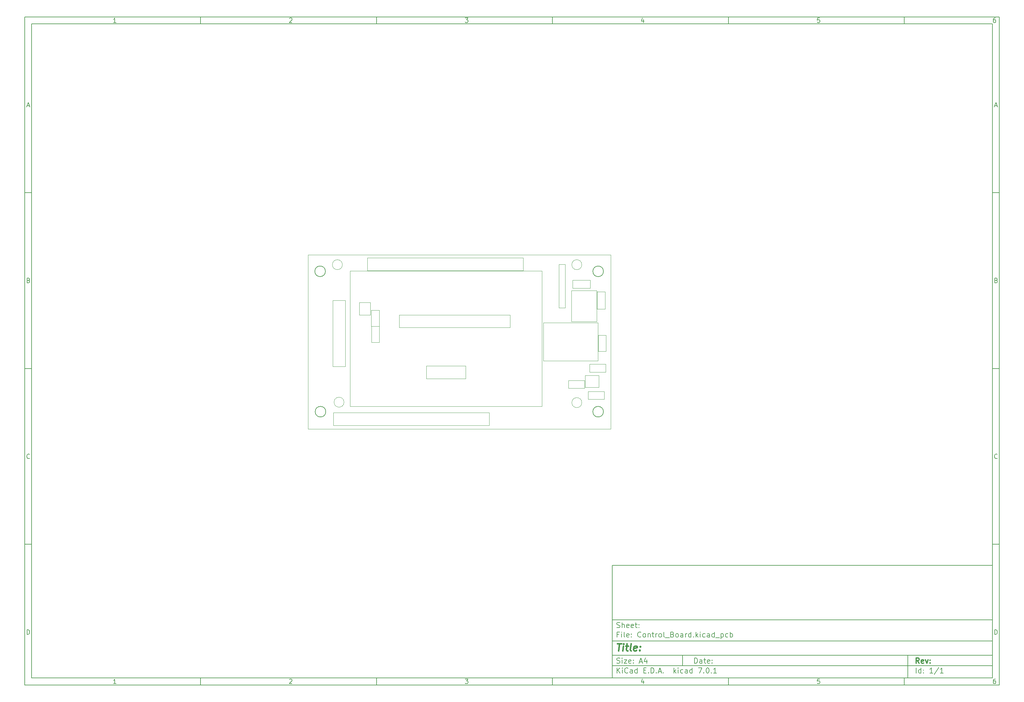
<source format=gbr>
%TF.GenerationSoftware,KiCad,Pcbnew,7.0.1*%
%TF.CreationDate,2024-01-20T13:41:41+00:00*%
%TF.ProjectId,Control_Board,436f6e74-726f-46c5-9f42-6f6172642e6b,rev?*%
%TF.SameCoordinates,Original*%
%TF.FileFunction,Other,User*%
%FSLAX45Y45*%
G04 Gerber Fmt 4.5, Leading zero omitted, Abs format (unit mm)*
G04 Created by KiCad (PCBNEW 7.0.1) date 2024-01-20 13:41:41*
%MOMM*%
%LPD*%
G01*
G04 APERTURE LIST*
%ADD10C,0.100000*%
%ADD11C,0.150000*%
%ADD12C,0.300000*%
%ADD13C,0.400000*%
%ADD14C,0.050000*%
%TA.AperFunction,Profile*%
%ADD15C,0.200000*%
%TD*%
%TA.AperFunction,Profile*%
%ADD16C,0.100000*%
%TD*%
G04 APERTURE END LIST*
D10*
D11*
X17700220Y-16600720D02*
X28500220Y-16600720D01*
X28500220Y-19800720D01*
X17700220Y-19800720D01*
X17700220Y-16600720D01*
D10*
D11*
X1000000Y-1000000D02*
X28700220Y-1000000D01*
X28700220Y-20000720D01*
X1000000Y-20000720D01*
X1000000Y-1000000D01*
D10*
D11*
X1200000Y-1200000D02*
X28500220Y-1200000D01*
X28500220Y-19800720D01*
X1200000Y-19800720D01*
X1200000Y-1200000D01*
D10*
D11*
X6000000Y-1200000D02*
X6000000Y-1000000D01*
D10*
D11*
X11000000Y-1200000D02*
X11000000Y-1000000D01*
D10*
D11*
X16000000Y-1200000D02*
X16000000Y-1000000D01*
D10*
D11*
X21000000Y-1200000D02*
X21000000Y-1000000D01*
D10*
D11*
X26000000Y-1200000D02*
X26000000Y-1000000D01*
D10*
D11*
X3599048Y-1160140D02*
X3524762Y-1160140D01*
X3561905Y-1160140D02*
X3561905Y-1030140D01*
X3561905Y-1030140D02*
X3549524Y-1048712D01*
X3549524Y-1048712D02*
X3537143Y-1061093D01*
X3537143Y-1061093D02*
X3524762Y-1067283D01*
D10*
D11*
X8524762Y-1042521D02*
X8530952Y-1036331D01*
X8530952Y-1036331D02*
X8543333Y-1030140D01*
X8543333Y-1030140D02*
X8574286Y-1030140D01*
X8574286Y-1030140D02*
X8586667Y-1036331D01*
X8586667Y-1036331D02*
X8592857Y-1042521D01*
X8592857Y-1042521D02*
X8599048Y-1054902D01*
X8599048Y-1054902D02*
X8599048Y-1067283D01*
X8599048Y-1067283D02*
X8592857Y-1085855D01*
X8592857Y-1085855D02*
X8518571Y-1160140D01*
X8518571Y-1160140D02*
X8599048Y-1160140D01*
D10*
D11*
X13518571Y-1030140D02*
X13599048Y-1030140D01*
X13599048Y-1030140D02*
X13555714Y-1079664D01*
X13555714Y-1079664D02*
X13574286Y-1079664D01*
X13574286Y-1079664D02*
X13586667Y-1085855D01*
X13586667Y-1085855D02*
X13592857Y-1092045D01*
X13592857Y-1092045D02*
X13599048Y-1104426D01*
X13599048Y-1104426D02*
X13599048Y-1135379D01*
X13599048Y-1135379D02*
X13592857Y-1147760D01*
X13592857Y-1147760D02*
X13586667Y-1153950D01*
X13586667Y-1153950D02*
X13574286Y-1160140D01*
X13574286Y-1160140D02*
X13537143Y-1160140D01*
X13537143Y-1160140D02*
X13524762Y-1153950D01*
X13524762Y-1153950D02*
X13518571Y-1147760D01*
D10*
D11*
X18586667Y-1073474D02*
X18586667Y-1160140D01*
X18555714Y-1023950D02*
X18524762Y-1116807D01*
X18524762Y-1116807D02*
X18605238Y-1116807D01*
D10*
D11*
X23592857Y-1030140D02*
X23530952Y-1030140D01*
X23530952Y-1030140D02*
X23524762Y-1092045D01*
X23524762Y-1092045D02*
X23530952Y-1085855D01*
X23530952Y-1085855D02*
X23543333Y-1079664D01*
X23543333Y-1079664D02*
X23574286Y-1079664D01*
X23574286Y-1079664D02*
X23586667Y-1085855D01*
X23586667Y-1085855D02*
X23592857Y-1092045D01*
X23592857Y-1092045D02*
X23599048Y-1104426D01*
X23599048Y-1104426D02*
X23599048Y-1135379D01*
X23599048Y-1135379D02*
X23592857Y-1147760D01*
X23592857Y-1147760D02*
X23586667Y-1153950D01*
X23586667Y-1153950D02*
X23574286Y-1160140D01*
X23574286Y-1160140D02*
X23543333Y-1160140D01*
X23543333Y-1160140D02*
X23530952Y-1153950D01*
X23530952Y-1153950D02*
X23524762Y-1147760D01*
D10*
D11*
X28586667Y-1030140D02*
X28561905Y-1030140D01*
X28561905Y-1030140D02*
X28549524Y-1036331D01*
X28549524Y-1036331D02*
X28543333Y-1042521D01*
X28543333Y-1042521D02*
X28530952Y-1061093D01*
X28530952Y-1061093D02*
X28524762Y-1085855D01*
X28524762Y-1085855D02*
X28524762Y-1135379D01*
X28524762Y-1135379D02*
X28530952Y-1147760D01*
X28530952Y-1147760D02*
X28537143Y-1153950D01*
X28537143Y-1153950D02*
X28549524Y-1160140D01*
X28549524Y-1160140D02*
X28574286Y-1160140D01*
X28574286Y-1160140D02*
X28586667Y-1153950D01*
X28586667Y-1153950D02*
X28592857Y-1147760D01*
X28592857Y-1147760D02*
X28599048Y-1135379D01*
X28599048Y-1135379D02*
X28599048Y-1104426D01*
X28599048Y-1104426D02*
X28592857Y-1092045D01*
X28592857Y-1092045D02*
X28586667Y-1085855D01*
X28586667Y-1085855D02*
X28574286Y-1079664D01*
X28574286Y-1079664D02*
X28549524Y-1079664D01*
X28549524Y-1079664D02*
X28537143Y-1085855D01*
X28537143Y-1085855D02*
X28530952Y-1092045D01*
X28530952Y-1092045D02*
X28524762Y-1104426D01*
D10*
D11*
X6000000Y-19800720D02*
X6000000Y-20000720D01*
D10*
D11*
X11000000Y-19800720D02*
X11000000Y-20000720D01*
D10*
D11*
X16000000Y-19800720D02*
X16000000Y-20000720D01*
D10*
D11*
X21000000Y-19800720D02*
X21000000Y-20000720D01*
D10*
D11*
X26000000Y-19800720D02*
X26000000Y-20000720D01*
D10*
D11*
X3599048Y-19960860D02*
X3524762Y-19960860D01*
X3561905Y-19960860D02*
X3561905Y-19830860D01*
X3561905Y-19830860D02*
X3549524Y-19849432D01*
X3549524Y-19849432D02*
X3537143Y-19861813D01*
X3537143Y-19861813D02*
X3524762Y-19868003D01*
D10*
D11*
X8524762Y-19843241D02*
X8530952Y-19837051D01*
X8530952Y-19837051D02*
X8543333Y-19830860D01*
X8543333Y-19830860D02*
X8574286Y-19830860D01*
X8574286Y-19830860D02*
X8586667Y-19837051D01*
X8586667Y-19837051D02*
X8592857Y-19843241D01*
X8592857Y-19843241D02*
X8599048Y-19855622D01*
X8599048Y-19855622D02*
X8599048Y-19868003D01*
X8599048Y-19868003D02*
X8592857Y-19886575D01*
X8592857Y-19886575D02*
X8518571Y-19960860D01*
X8518571Y-19960860D02*
X8599048Y-19960860D01*
D10*
D11*
X13518571Y-19830860D02*
X13599048Y-19830860D01*
X13599048Y-19830860D02*
X13555714Y-19880384D01*
X13555714Y-19880384D02*
X13574286Y-19880384D01*
X13574286Y-19880384D02*
X13586667Y-19886575D01*
X13586667Y-19886575D02*
X13592857Y-19892765D01*
X13592857Y-19892765D02*
X13599048Y-19905146D01*
X13599048Y-19905146D02*
X13599048Y-19936099D01*
X13599048Y-19936099D02*
X13592857Y-19948480D01*
X13592857Y-19948480D02*
X13586667Y-19954670D01*
X13586667Y-19954670D02*
X13574286Y-19960860D01*
X13574286Y-19960860D02*
X13537143Y-19960860D01*
X13537143Y-19960860D02*
X13524762Y-19954670D01*
X13524762Y-19954670D02*
X13518571Y-19948480D01*
D10*
D11*
X18586667Y-19874194D02*
X18586667Y-19960860D01*
X18555714Y-19824670D02*
X18524762Y-19917527D01*
X18524762Y-19917527D02*
X18605238Y-19917527D01*
D10*
D11*
X23592857Y-19830860D02*
X23530952Y-19830860D01*
X23530952Y-19830860D02*
X23524762Y-19892765D01*
X23524762Y-19892765D02*
X23530952Y-19886575D01*
X23530952Y-19886575D02*
X23543333Y-19880384D01*
X23543333Y-19880384D02*
X23574286Y-19880384D01*
X23574286Y-19880384D02*
X23586667Y-19886575D01*
X23586667Y-19886575D02*
X23592857Y-19892765D01*
X23592857Y-19892765D02*
X23599048Y-19905146D01*
X23599048Y-19905146D02*
X23599048Y-19936099D01*
X23599048Y-19936099D02*
X23592857Y-19948480D01*
X23592857Y-19948480D02*
X23586667Y-19954670D01*
X23586667Y-19954670D02*
X23574286Y-19960860D01*
X23574286Y-19960860D02*
X23543333Y-19960860D01*
X23543333Y-19960860D02*
X23530952Y-19954670D01*
X23530952Y-19954670D02*
X23524762Y-19948480D01*
D10*
D11*
X28586667Y-19830860D02*
X28561905Y-19830860D01*
X28561905Y-19830860D02*
X28549524Y-19837051D01*
X28549524Y-19837051D02*
X28543333Y-19843241D01*
X28543333Y-19843241D02*
X28530952Y-19861813D01*
X28530952Y-19861813D02*
X28524762Y-19886575D01*
X28524762Y-19886575D02*
X28524762Y-19936099D01*
X28524762Y-19936099D02*
X28530952Y-19948480D01*
X28530952Y-19948480D02*
X28537143Y-19954670D01*
X28537143Y-19954670D02*
X28549524Y-19960860D01*
X28549524Y-19960860D02*
X28574286Y-19960860D01*
X28574286Y-19960860D02*
X28586667Y-19954670D01*
X28586667Y-19954670D02*
X28592857Y-19948480D01*
X28592857Y-19948480D02*
X28599048Y-19936099D01*
X28599048Y-19936099D02*
X28599048Y-19905146D01*
X28599048Y-19905146D02*
X28592857Y-19892765D01*
X28592857Y-19892765D02*
X28586667Y-19886575D01*
X28586667Y-19886575D02*
X28574286Y-19880384D01*
X28574286Y-19880384D02*
X28549524Y-19880384D01*
X28549524Y-19880384D02*
X28537143Y-19886575D01*
X28537143Y-19886575D02*
X28530952Y-19892765D01*
X28530952Y-19892765D02*
X28524762Y-19905146D01*
D10*
D11*
X1000000Y-6000000D02*
X1200000Y-6000000D01*
D10*
D11*
X1000000Y-11000000D02*
X1200000Y-11000000D01*
D10*
D11*
X1000000Y-16000000D02*
X1200000Y-16000000D01*
D10*
D11*
X1069048Y-3522998D02*
X1130952Y-3522998D01*
X1056667Y-3560140D02*
X1100000Y-3430140D01*
X1100000Y-3430140D02*
X1143333Y-3560140D01*
D10*
D11*
X1109286Y-8492045D02*
X1127857Y-8498236D01*
X1127857Y-8498236D02*
X1134048Y-8504426D01*
X1134048Y-8504426D02*
X1140238Y-8516807D01*
X1140238Y-8516807D02*
X1140238Y-8535379D01*
X1140238Y-8535379D02*
X1134048Y-8547760D01*
X1134048Y-8547760D02*
X1127857Y-8553950D01*
X1127857Y-8553950D02*
X1115476Y-8560140D01*
X1115476Y-8560140D02*
X1065952Y-8560140D01*
X1065952Y-8560140D02*
X1065952Y-8430140D01*
X1065952Y-8430140D02*
X1109286Y-8430140D01*
X1109286Y-8430140D02*
X1121667Y-8436331D01*
X1121667Y-8436331D02*
X1127857Y-8442521D01*
X1127857Y-8442521D02*
X1134048Y-8454902D01*
X1134048Y-8454902D02*
X1134048Y-8467283D01*
X1134048Y-8467283D02*
X1127857Y-8479664D01*
X1127857Y-8479664D02*
X1121667Y-8485855D01*
X1121667Y-8485855D02*
X1109286Y-8492045D01*
X1109286Y-8492045D02*
X1065952Y-8492045D01*
D10*
D11*
X1140238Y-13547759D02*
X1134048Y-13553950D01*
X1134048Y-13553950D02*
X1115476Y-13560140D01*
X1115476Y-13560140D02*
X1103095Y-13560140D01*
X1103095Y-13560140D02*
X1084524Y-13553950D01*
X1084524Y-13553950D02*
X1072143Y-13541569D01*
X1072143Y-13541569D02*
X1065952Y-13529188D01*
X1065952Y-13529188D02*
X1059762Y-13504426D01*
X1059762Y-13504426D02*
X1059762Y-13485855D01*
X1059762Y-13485855D02*
X1065952Y-13461093D01*
X1065952Y-13461093D02*
X1072143Y-13448712D01*
X1072143Y-13448712D02*
X1084524Y-13436331D01*
X1084524Y-13436331D02*
X1103095Y-13430140D01*
X1103095Y-13430140D02*
X1115476Y-13430140D01*
X1115476Y-13430140D02*
X1134048Y-13436331D01*
X1134048Y-13436331D02*
X1140238Y-13442521D01*
D10*
D11*
X1065952Y-18560140D02*
X1065952Y-18430140D01*
X1065952Y-18430140D02*
X1096905Y-18430140D01*
X1096905Y-18430140D02*
X1115476Y-18436331D01*
X1115476Y-18436331D02*
X1127857Y-18448712D01*
X1127857Y-18448712D02*
X1134048Y-18461093D01*
X1134048Y-18461093D02*
X1140238Y-18485855D01*
X1140238Y-18485855D02*
X1140238Y-18504426D01*
X1140238Y-18504426D02*
X1134048Y-18529188D01*
X1134048Y-18529188D02*
X1127857Y-18541569D01*
X1127857Y-18541569D02*
X1115476Y-18553950D01*
X1115476Y-18553950D02*
X1096905Y-18560140D01*
X1096905Y-18560140D02*
X1065952Y-18560140D01*
D10*
D11*
X28700220Y-6000000D02*
X28500220Y-6000000D01*
D10*
D11*
X28700220Y-11000000D02*
X28500220Y-11000000D01*
D10*
D11*
X28700220Y-16000000D02*
X28500220Y-16000000D01*
D10*
D11*
X28569268Y-3522998D02*
X28631172Y-3522998D01*
X28556887Y-3560140D02*
X28600220Y-3430140D01*
X28600220Y-3430140D02*
X28643553Y-3560140D01*
D10*
D11*
X28609506Y-8492045D02*
X28628077Y-8498236D01*
X28628077Y-8498236D02*
X28634268Y-8504426D01*
X28634268Y-8504426D02*
X28640458Y-8516807D01*
X28640458Y-8516807D02*
X28640458Y-8535379D01*
X28640458Y-8535379D02*
X28634268Y-8547760D01*
X28634268Y-8547760D02*
X28628077Y-8553950D01*
X28628077Y-8553950D02*
X28615696Y-8560140D01*
X28615696Y-8560140D02*
X28566172Y-8560140D01*
X28566172Y-8560140D02*
X28566172Y-8430140D01*
X28566172Y-8430140D02*
X28609506Y-8430140D01*
X28609506Y-8430140D02*
X28621887Y-8436331D01*
X28621887Y-8436331D02*
X28628077Y-8442521D01*
X28628077Y-8442521D02*
X28634268Y-8454902D01*
X28634268Y-8454902D02*
X28634268Y-8467283D01*
X28634268Y-8467283D02*
X28628077Y-8479664D01*
X28628077Y-8479664D02*
X28621887Y-8485855D01*
X28621887Y-8485855D02*
X28609506Y-8492045D01*
X28609506Y-8492045D02*
X28566172Y-8492045D01*
D10*
D11*
X28640458Y-13547759D02*
X28634268Y-13553950D01*
X28634268Y-13553950D02*
X28615696Y-13560140D01*
X28615696Y-13560140D02*
X28603315Y-13560140D01*
X28603315Y-13560140D02*
X28584744Y-13553950D01*
X28584744Y-13553950D02*
X28572363Y-13541569D01*
X28572363Y-13541569D02*
X28566172Y-13529188D01*
X28566172Y-13529188D02*
X28559982Y-13504426D01*
X28559982Y-13504426D02*
X28559982Y-13485855D01*
X28559982Y-13485855D02*
X28566172Y-13461093D01*
X28566172Y-13461093D02*
X28572363Y-13448712D01*
X28572363Y-13448712D02*
X28584744Y-13436331D01*
X28584744Y-13436331D02*
X28603315Y-13430140D01*
X28603315Y-13430140D02*
X28615696Y-13430140D01*
X28615696Y-13430140D02*
X28634268Y-13436331D01*
X28634268Y-13436331D02*
X28640458Y-13442521D01*
D10*
D11*
X28566172Y-18560140D02*
X28566172Y-18430140D01*
X28566172Y-18430140D02*
X28597125Y-18430140D01*
X28597125Y-18430140D02*
X28615696Y-18436331D01*
X28615696Y-18436331D02*
X28628077Y-18448712D01*
X28628077Y-18448712D02*
X28634268Y-18461093D01*
X28634268Y-18461093D02*
X28640458Y-18485855D01*
X28640458Y-18485855D02*
X28640458Y-18504426D01*
X28640458Y-18504426D02*
X28634268Y-18529188D01*
X28634268Y-18529188D02*
X28628077Y-18541569D01*
X28628077Y-18541569D02*
X28615696Y-18553950D01*
X28615696Y-18553950D02*
X28597125Y-18560140D01*
X28597125Y-18560140D02*
X28566172Y-18560140D01*
D10*
D11*
X20035934Y-19380113D02*
X20035934Y-19230113D01*
X20035934Y-19230113D02*
X20071649Y-19230113D01*
X20071649Y-19230113D02*
X20093077Y-19237256D01*
X20093077Y-19237256D02*
X20107363Y-19251541D01*
X20107363Y-19251541D02*
X20114506Y-19265827D01*
X20114506Y-19265827D02*
X20121649Y-19294399D01*
X20121649Y-19294399D02*
X20121649Y-19315827D01*
X20121649Y-19315827D02*
X20114506Y-19344399D01*
X20114506Y-19344399D02*
X20107363Y-19358684D01*
X20107363Y-19358684D02*
X20093077Y-19372970D01*
X20093077Y-19372970D02*
X20071649Y-19380113D01*
X20071649Y-19380113D02*
X20035934Y-19380113D01*
X20250220Y-19380113D02*
X20250220Y-19301541D01*
X20250220Y-19301541D02*
X20243077Y-19287256D01*
X20243077Y-19287256D02*
X20228791Y-19280113D01*
X20228791Y-19280113D02*
X20200220Y-19280113D01*
X20200220Y-19280113D02*
X20185934Y-19287256D01*
X20250220Y-19372970D02*
X20235934Y-19380113D01*
X20235934Y-19380113D02*
X20200220Y-19380113D01*
X20200220Y-19380113D02*
X20185934Y-19372970D01*
X20185934Y-19372970D02*
X20178791Y-19358684D01*
X20178791Y-19358684D02*
X20178791Y-19344399D01*
X20178791Y-19344399D02*
X20185934Y-19330113D01*
X20185934Y-19330113D02*
X20200220Y-19322970D01*
X20200220Y-19322970D02*
X20235934Y-19322970D01*
X20235934Y-19322970D02*
X20250220Y-19315827D01*
X20300220Y-19280113D02*
X20357363Y-19280113D01*
X20321649Y-19230113D02*
X20321649Y-19358684D01*
X20321649Y-19358684D02*
X20328791Y-19372970D01*
X20328791Y-19372970D02*
X20343077Y-19380113D01*
X20343077Y-19380113D02*
X20357363Y-19380113D01*
X20464506Y-19372970D02*
X20450220Y-19380113D01*
X20450220Y-19380113D02*
X20421649Y-19380113D01*
X20421649Y-19380113D02*
X20407363Y-19372970D01*
X20407363Y-19372970D02*
X20400220Y-19358684D01*
X20400220Y-19358684D02*
X20400220Y-19301541D01*
X20400220Y-19301541D02*
X20407363Y-19287256D01*
X20407363Y-19287256D02*
X20421649Y-19280113D01*
X20421649Y-19280113D02*
X20450220Y-19280113D01*
X20450220Y-19280113D02*
X20464506Y-19287256D01*
X20464506Y-19287256D02*
X20471649Y-19301541D01*
X20471649Y-19301541D02*
X20471649Y-19315827D01*
X20471649Y-19315827D02*
X20400220Y-19330113D01*
X20535934Y-19365827D02*
X20543077Y-19372970D01*
X20543077Y-19372970D02*
X20535934Y-19380113D01*
X20535934Y-19380113D02*
X20528791Y-19372970D01*
X20528791Y-19372970D02*
X20535934Y-19365827D01*
X20535934Y-19365827D02*
X20535934Y-19380113D01*
X20535934Y-19287256D02*
X20543077Y-19294399D01*
X20543077Y-19294399D02*
X20535934Y-19301541D01*
X20535934Y-19301541D02*
X20528791Y-19294399D01*
X20528791Y-19294399D02*
X20535934Y-19287256D01*
X20535934Y-19287256D02*
X20535934Y-19301541D01*
D10*
D11*
X17700220Y-19450720D02*
X28500220Y-19450720D01*
D10*
D11*
X17835934Y-19660113D02*
X17835934Y-19510113D01*
X17921649Y-19660113D02*
X17857363Y-19574399D01*
X17921649Y-19510113D02*
X17835934Y-19595827D01*
X17985934Y-19660113D02*
X17985934Y-19560113D01*
X17985934Y-19510113D02*
X17978791Y-19517256D01*
X17978791Y-19517256D02*
X17985934Y-19524399D01*
X17985934Y-19524399D02*
X17993077Y-19517256D01*
X17993077Y-19517256D02*
X17985934Y-19510113D01*
X17985934Y-19510113D02*
X17985934Y-19524399D01*
X18143077Y-19645827D02*
X18135934Y-19652970D01*
X18135934Y-19652970D02*
X18114506Y-19660113D01*
X18114506Y-19660113D02*
X18100220Y-19660113D01*
X18100220Y-19660113D02*
X18078791Y-19652970D01*
X18078791Y-19652970D02*
X18064506Y-19638684D01*
X18064506Y-19638684D02*
X18057363Y-19624399D01*
X18057363Y-19624399D02*
X18050220Y-19595827D01*
X18050220Y-19595827D02*
X18050220Y-19574399D01*
X18050220Y-19574399D02*
X18057363Y-19545827D01*
X18057363Y-19545827D02*
X18064506Y-19531541D01*
X18064506Y-19531541D02*
X18078791Y-19517256D01*
X18078791Y-19517256D02*
X18100220Y-19510113D01*
X18100220Y-19510113D02*
X18114506Y-19510113D01*
X18114506Y-19510113D02*
X18135934Y-19517256D01*
X18135934Y-19517256D02*
X18143077Y-19524399D01*
X18271649Y-19660113D02*
X18271649Y-19581541D01*
X18271649Y-19581541D02*
X18264506Y-19567256D01*
X18264506Y-19567256D02*
X18250220Y-19560113D01*
X18250220Y-19560113D02*
X18221649Y-19560113D01*
X18221649Y-19560113D02*
X18207363Y-19567256D01*
X18271649Y-19652970D02*
X18257363Y-19660113D01*
X18257363Y-19660113D02*
X18221649Y-19660113D01*
X18221649Y-19660113D02*
X18207363Y-19652970D01*
X18207363Y-19652970D02*
X18200220Y-19638684D01*
X18200220Y-19638684D02*
X18200220Y-19624399D01*
X18200220Y-19624399D02*
X18207363Y-19610113D01*
X18207363Y-19610113D02*
X18221649Y-19602970D01*
X18221649Y-19602970D02*
X18257363Y-19602970D01*
X18257363Y-19602970D02*
X18271649Y-19595827D01*
X18407363Y-19660113D02*
X18407363Y-19510113D01*
X18407363Y-19652970D02*
X18393077Y-19660113D01*
X18393077Y-19660113D02*
X18364506Y-19660113D01*
X18364506Y-19660113D02*
X18350220Y-19652970D01*
X18350220Y-19652970D02*
X18343077Y-19645827D01*
X18343077Y-19645827D02*
X18335934Y-19631541D01*
X18335934Y-19631541D02*
X18335934Y-19588684D01*
X18335934Y-19588684D02*
X18343077Y-19574399D01*
X18343077Y-19574399D02*
X18350220Y-19567256D01*
X18350220Y-19567256D02*
X18364506Y-19560113D01*
X18364506Y-19560113D02*
X18393077Y-19560113D01*
X18393077Y-19560113D02*
X18407363Y-19567256D01*
X18593077Y-19581541D02*
X18643077Y-19581541D01*
X18664506Y-19660113D02*
X18593077Y-19660113D01*
X18593077Y-19660113D02*
X18593077Y-19510113D01*
X18593077Y-19510113D02*
X18664506Y-19510113D01*
X18728791Y-19645827D02*
X18735934Y-19652970D01*
X18735934Y-19652970D02*
X18728791Y-19660113D01*
X18728791Y-19660113D02*
X18721649Y-19652970D01*
X18721649Y-19652970D02*
X18728791Y-19645827D01*
X18728791Y-19645827D02*
X18728791Y-19660113D01*
X18800220Y-19660113D02*
X18800220Y-19510113D01*
X18800220Y-19510113D02*
X18835934Y-19510113D01*
X18835934Y-19510113D02*
X18857363Y-19517256D01*
X18857363Y-19517256D02*
X18871649Y-19531541D01*
X18871649Y-19531541D02*
X18878792Y-19545827D01*
X18878792Y-19545827D02*
X18885934Y-19574399D01*
X18885934Y-19574399D02*
X18885934Y-19595827D01*
X18885934Y-19595827D02*
X18878792Y-19624399D01*
X18878792Y-19624399D02*
X18871649Y-19638684D01*
X18871649Y-19638684D02*
X18857363Y-19652970D01*
X18857363Y-19652970D02*
X18835934Y-19660113D01*
X18835934Y-19660113D02*
X18800220Y-19660113D01*
X18950220Y-19645827D02*
X18957363Y-19652970D01*
X18957363Y-19652970D02*
X18950220Y-19660113D01*
X18950220Y-19660113D02*
X18943077Y-19652970D01*
X18943077Y-19652970D02*
X18950220Y-19645827D01*
X18950220Y-19645827D02*
X18950220Y-19660113D01*
X19014506Y-19617256D02*
X19085934Y-19617256D01*
X19000220Y-19660113D02*
X19050220Y-19510113D01*
X19050220Y-19510113D02*
X19100220Y-19660113D01*
X19150220Y-19645827D02*
X19157363Y-19652970D01*
X19157363Y-19652970D02*
X19150220Y-19660113D01*
X19150220Y-19660113D02*
X19143077Y-19652970D01*
X19143077Y-19652970D02*
X19150220Y-19645827D01*
X19150220Y-19645827D02*
X19150220Y-19660113D01*
X19450220Y-19660113D02*
X19450220Y-19510113D01*
X19464506Y-19602970D02*
X19507363Y-19660113D01*
X19507363Y-19560113D02*
X19450220Y-19617256D01*
X19571649Y-19660113D02*
X19571649Y-19560113D01*
X19571649Y-19510113D02*
X19564506Y-19517256D01*
X19564506Y-19517256D02*
X19571649Y-19524399D01*
X19571649Y-19524399D02*
X19578792Y-19517256D01*
X19578792Y-19517256D02*
X19571649Y-19510113D01*
X19571649Y-19510113D02*
X19571649Y-19524399D01*
X19707363Y-19652970D02*
X19693077Y-19660113D01*
X19693077Y-19660113D02*
X19664506Y-19660113D01*
X19664506Y-19660113D02*
X19650220Y-19652970D01*
X19650220Y-19652970D02*
X19643077Y-19645827D01*
X19643077Y-19645827D02*
X19635934Y-19631541D01*
X19635934Y-19631541D02*
X19635934Y-19588684D01*
X19635934Y-19588684D02*
X19643077Y-19574399D01*
X19643077Y-19574399D02*
X19650220Y-19567256D01*
X19650220Y-19567256D02*
X19664506Y-19560113D01*
X19664506Y-19560113D02*
X19693077Y-19560113D01*
X19693077Y-19560113D02*
X19707363Y-19567256D01*
X19835934Y-19660113D02*
X19835934Y-19581541D01*
X19835934Y-19581541D02*
X19828792Y-19567256D01*
X19828792Y-19567256D02*
X19814506Y-19560113D01*
X19814506Y-19560113D02*
X19785934Y-19560113D01*
X19785934Y-19560113D02*
X19771649Y-19567256D01*
X19835934Y-19652970D02*
X19821649Y-19660113D01*
X19821649Y-19660113D02*
X19785934Y-19660113D01*
X19785934Y-19660113D02*
X19771649Y-19652970D01*
X19771649Y-19652970D02*
X19764506Y-19638684D01*
X19764506Y-19638684D02*
X19764506Y-19624399D01*
X19764506Y-19624399D02*
X19771649Y-19610113D01*
X19771649Y-19610113D02*
X19785934Y-19602970D01*
X19785934Y-19602970D02*
X19821649Y-19602970D01*
X19821649Y-19602970D02*
X19835934Y-19595827D01*
X19971649Y-19660113D02*
X19971649Y-19510113D01*
X19971649Y-19652970D02*
X19957363Y-19660113D01*
X19957363Y-19660113D02*
X19928792Y-19660113D01*
X19928792Y-19660113D02*
X19914506Y-19652970D01*
X19914506Y-19652970D02*
X19907363Y-19645827D01*
X19907363Y-19645827D02*
X19900220Y-19631541D01*
X19900220Y-19631541D02*
X19900220Y-19588684D01*
X19900220Y-19588684D02*
X19907363Y-19574399D01*
X19907363Y-19574399D02*
X19914506Y-19567256D01*
X19914506Y-19567256D02*
X19928792Y-19560113D01*
X19928792Y-19560113D02*
X19957363Y-19560113D01*
X19957363Y-19560113D02*
X19971649Y-19567256D01*
X20143077Y-19510113D02*
X20243077Y-19510113D01*
X20243077Y-19510113D02*
X20178792Y-19660113D01*
X20300220Y-19645827D02*
X20307363Y-19652970D01*
X20307363Y-19652970D02*
X20300220Y-19660113D01*
X20300220Y-19660113D02*
X20293077Y-19652970D01*
X20293077Y-19652970D02*
X20300220Y-19645827D01*
X20300220Y-19645827D02*
X20300220Y-19660113D01*
X20400220Y-19510113D02*
X20414506Y-19510113D01*
X20414506Y-19510113D02*
X20428792Y-19517256D01*
X20428792Y-19517256D02*
X20435934Y-19524399D01*
X20435934Y-19524399D02*
X20443077Y-19538684D01*
X20443077Y-19538684D02*
X20450220Y-19567256D01*
X20450220Y-19567256D02*
X20450220Y-19602970D01*
X20450220Y-19602970D02*
X20443077Y-19631541D01*
X20443077Y-19631541D02*
X20435934Y-19645827D01*
X20435934Y-19645827D02*
X20428792Y-19652970D01*
X20428792Y-19652970D02*
X20414506Y-19660113D01*
X20414506Y-19660113D02*
X20400220Y-19660113D01*
X20400220Y-19660113D02*
X20385934Y-19652970D01*
X20385934Y-19652970D02*
X20378792Y-19645827D01*
X20378792Y-19645827D02*
X20371649Y-19631541D01*
X20371649Y-19631541D02*
X20364506Y-19602970D01*
X20364506Y-19602970D02*
X20364506Y-19567256D01*
X20364506Y-19567256D02*
X20371649Y-19538684D01*
X20371649Y-19538684D02*
X20378792Y-19524399D01*
X20378792Y-19524399D02*
X20385934Y-19517256D01*
X20385934Y-19517256D02*
X20400220Y-19510113D01*
X20514506Y-19645827D02*
X20521649Y-19652970D01*
X20521649Y-19652970D02*
X20514506Y-19660113D01*
X20514506Y-19660113D02*
X20507363Y-19652970D01*
X20507363Y-19652970D02*
X20514506Y-19645827D01*
X20514506Y-19645827D02*
X20514506Y-19660113D01*
X20664506Y-19660113D02*
X20578792Y-19660113D01*
X20621649Y-19660113D02*
X20621649Y-19510113D01*
X20621649Y-19510113D02*
X20607363Y-19531541D01*
X20607363Y-19531541D02*
X20593077Y-19545827D01*
X20593077Y-19545827D02*
X20578792Y-19552970D01*
D10*
D11*
X17700220Y-19150720D02*
X28500220Y-19150720D01*
D10*
D12*
X26421648Y-19380113D02*
X26371648Y-19308684D01*
X26335934Y-19380113D02*
X26335934Y-19230113D01*
X26335934Y-19230113D02*
X26393077Y-19230113D01*
X26393077Y-19230113D02*
X26407363Y-19237256D01*
X26407363Y-19237256D02*
X26414506Y-19244399D01*
X26414506Y-19244399D02*
X26421648Y-19258684D01*
X26421648Y-19258684D02*
X26421648Y-19280113D01*
X26421648Y-19280113D02*
X26414506Y-19294399D01*
X26414506Y-19294399D02*
X26407363Y-19301541D01*
X26407363Y-19301541D02*
X26393077Y-19308684D01*
X26393077Y-19308684D02*
X26335934Y-19308684D01*
X26543077Y-19372970D02*
X26528791Y-19380113D01*
X26528791Y-19380113D02*
X26500220Y-19380113D01*
X26500220Y-19380113D02*
X26485934Y-19372970D01*
X26485934Y-19372970D02*
X26478791Y-19358684D01*
X26478791Y-19358684D02*
X26478791Y-19301541D01*
X26478791Y-19301541D02*
X26485934Y-19287256D01*
X26485934Y-19287256D02*
X26500220Y-19280113D01*
X26500220Y-19280113D02*
X26528791Y-19280113D01*
X26528791Y-19280113D02*
X26543077Y-19287256D01*
X26543077Y-19287256D02*
X26550220Y-19301541D01*
X26550220Y-19301541D02*
X26550220Y-19315827D01*
X26550220Y-19315827D02*
X26478791Y-19330113D01*
X26600220Y-19280113D02*
X26635934Y-19380113D01*
X26635934Y-19380113D02*
X26671648Y-19280113D01*
X26728791Y-19365827D02*
X26735934Y-19372970D01*
X26735934Y-19372970D02*
X26728791Y-19380113D01*
X26728791Y-19380113D02*
X26721648Y-19372970D01*
X26721648Y-19372970D02*
X26728791Y-19365827D01*
X26728791Y-19365827D02*
X26728791Y-19380113D01*
X26728791Y-19287256D02*
X26735934Y-19294399D01*
X26735934Y-19294399D02*
X26728791Y-19301541D01*
X26728791Y-19301541D02*
X26721648Y-19294399D01*
X26721648Y-19294399D02*
X26728791Y-19287256D01*
X26728791Y-19287256D02*
X26728791Y-19301541D01*
D10*
D11*
X17828791Y-19372970D02*
X17850220Y-19380113D01*
X17850220Y-19380113D02*
X17885934Y-19380113D01*
X17885934Y-19380113D02*
X17900220Y-19372970D01*
X17900220Y-19372970D02*
X17907363Y-19365827D01*
X17907363Y-19365827D02*
X17914506Y-19351541D01*
X17914506Y-19351541D02*
X17914506Y-19337256D01*
X17914506Y-19337256D02*
X17907363Y-19322970D01*
X17907363Y-19322970D02*
X17900220Y-19315827D01*
X17900220Y-19315827D02*
X17885934Y-19308684D01*
X17885934Y-19308684D02*
X17857363Y-19301541D01*
X17857363Y-19301541D02*
X17843077Y-19294399D01*
X17843077Y-19294399D02*
X17835934Y-19287256D01*
X17835934Y-19287256D02*
X17828791Y-19272970D01*
X17828791Y-19272970D02*
X17828791Y-19258684D01*
X17828791Y-19258684D02*
X17835934Y-19244399D01*
X17835934Y-19244399D02*
X17843077Y-19237256D01*
X17843077Y-19237256D02*
X17857363Y-19230113D01*
X17857363Y-19230113D02*
X17893077Y-19230113D01*
X17893077Y-19230113D02*
X17914506Y-19237256D01*
X17978791Y-19380113D02*
X17978791Y-19280113D01*
X17978791Y-19230113D02*
X17971649Y-19237256D01*
X17971649Y-19237256D02*
X17978791Y-19244399D01*
X17978791Y-19244399D02*
X17985934Y-19237256D01*
X17985934Y-19237256D02*
X17978791Y-19230113D01*
X17978791Y-19230113D02*
X17978791Y-19244399D01*
X18035934Y-19280113D02*
X18114506Y-19280113D01*
X18114506Y-19280113D02*
X18035934Y-19380113D01*
X18035934Y-19380113D02*
X18114506Y-19380113D01*
X18228791Y-19372970D02*
X18214506Y-19380113D01*
X18214506Y-19380113D02*
X18185934Y-19380113D01*
X18185934Y-19380113D02*
X18171649Y-19372970D01*
X18171649Y-19372970D02*
X18164506Y-19358684D01*
X18164506Y-19358684D02*
X18164506Y-19301541D01*
X18164506Y-19301541D02*
X18171649Y-19287256D01*
X18171649Y-19287256D02*
X18185934Y-19280113D01*
X18185934Y-19280113D02*
X18214506Y-19280113D01*
X18214506Y-19280113D02*
X18228791Y-19287256D01*
X18228791Y-19287256D02*
X18235934Y-19301541D01*
X18235934Y-19301541D02*
X18235934Y-19315827D01*
X18235934Y-19315827D02*
X18164506Y-19330113D01*
X18300220Y-19365827D02*
X18307363Y-19372970D01*
X18307363Y-19372970D02*
X18300220Y-19380113D01*
X18300220Y-19380113D02*
X18293077Y-19372970D01*
X18293077Y-19372970D02*
X18300220Y-19365827D01*
X18300220Y-19365827D02*
X18300220Y-19380113D01*
X18300220Y-19287256D02*
X18307363Y-19294399D01*
X18307363Y-19294399D02*
X18300220Y-19301541D01*
X18300220Y-19301541D02*
X18293077Y-19294399D01*
X18293077Y-19294399D02*
X18300220Y-19287256D01*
X18300220Y-19287256D02*
X18300220Y-19301541D01*
X18478791Y-19337256D02*
X18550220Y-19337256D01*
X18464506Y-19380113D02*
X18514506Y-19230113D01*
X18514506Y-19230113D02*
X18564506Y-19380113D01*
X18678791Y-19280113D02*
X18678791Y-19380113D01*
X18643077Y-19222970D02*
X18607363Y-19330113D01*
X18607363Y-19330113D02*
X18700220Y-19330113D01*
D10*
D11*
X26335934Y-19660113D02*
X26335934Y-19510113D01*
X26471649Y-19660113D02*
X26471649Y-19510113D01*
X26471649Y-19652970D02*
X26457363Y-19660113D01*
X26457363Y-19660113D02*
X26428791Y-19660113D01*
X26428791Y-19660113D02*
X26414506Y-19652970D01*
X26414506Y-19652970D02*
X26407363Y-19645827D01*
X26407363Y-19645827D02*
X26400220Y-19631541D01*
X26400220Y-19631541D02*
X26400220Y-19588684D01*
X26400220Y-19588684D02*
X26407363Y-19574399D01*
X26407363Y-19574399D02*
X26414506Y-19567256D01*
X26414506Y-19567256D02*
X26428791Y-19560113D01*
X26428791Y-19560113D02*
X26457363Y-19560113D01*
X26457363Y-19560113D02*
X26471649Y-19567256D01*
X26543077Y-19645827D02*
X26550220Y-19652970D01*
X26550220Y-19652970D02*
X26543077Y-19660113D01*
X26543077Y-19660113D02*
X26535934Y-19652970D01*
X26535934Y-19652970D02*
X26543077Y-19645827D01*
X26543077Y-19645827D02*
X26543077Y-19660113D01*
X26543077Y-19567256D02*
X26550220Y-19574399D01*
X26550220Y-19574399D02*
X26543077Y-19581541D01*
X26543077Y-19581541D02*
X26535934Y-19574399D01*
X26535934Y-19574399D02*
X26543077Y-19567256D01*
X26543077Y-19567256D02*
X26543077Y-19581541D01*
X26807363Y-19660113D02*
X26721649Y-19660113D01*
X26764506Y-19660113D02*
X26764506Y-19510113D01*
X26764506Y-19510113D02*
X26750220Y-19531541D01*
X26750220Y-19531541D02*
X26735934Y-19545827D01*
X26735934Y-19545827D02*
X26721649Y-19552970D01*
X26978791Y-19502970D02*
X26850220Y-19695827D01*
X27107363Y-19660113D02*
X27021649Y-19660113D01*
X27064506Y-19660113D02*
X27064506Y-19510113D01*
X27064506Y-19510113D02*
X27050220Y-19531541D01*
X27050220Y-19531541D02*
X27035934Y-19545827D01*
X27035934Y-19545827D02*
X27021649Y-19552970D01*
D10*
D11*
X17700220Y-18750720D02*
X28500220Y-18750720D01*
D10*
D13*
X17843077Y-18823244D02*
X17957363Y-18823244D01*
X17875220Y-19023244D02*
X17900220Y-18823244D01*
X17997839Y-19023244D02*
X18014506Y-18889910D01*
X18022839Y-18823244D02*
X18012125Y-18832768D01*
X18012125Y-18832768D02*
X18020458Y-18842291D01*
X18020458Y-18842291D02*
X18031172Y-18832768D01*
X18031172Y-18832768D02*
X18022839Y-18823244D01*
X18022839Y-18823244D02*
X18020458Y-18842291D01*
X18079982Y-18889910D02*
X18156172Y-18889910D01*
X18116887Y-18823244D02*
X18095458Y-18994672D01*
X18095458Y-18994672D02*
X18102601Y-19013720D01*
X18102601Y-19013720D02*
X18120458Y-19023244D01*
X18120458Y-19023244D02*
X18139506Y-19023244D01*
X18233553Y-19023244D02*
X18215696Y-19013720D01*
X18215696Y-19013720D02*
X18208553Y-18994672D01*
X18208553Y-18994672D02*
X18229982Y-18823244D01*
X18385934Y-19013720D02*
X18365696Y-19023244D01*
X18365696Y-19023244D02*
X18327601Y-19023244D01*
X18327601Y-19023244D02*
X18309744Y-19013720D01*
X18309744Y-19013720D02*
X18302601Y-18994672D01*
X18302601Y-18994672D02*
X18312125Y-18918482D01*
X18312125Y-18918482D02*
X18324029Y-18899434D01*
X18324029Y-18899434D02*
X18344268Y-18889910D01*
X18344268Y-18889910D02*
X18382363Y-18889910D01*
X18382363Y-18889910D02*
X18400220Y-18899434D01*
X18400220Y-18899434D02*
X18407363Y-18918482D01*
X18407363Y-18918482D02*
X18404982Y-18937530D01*
X18404982Y-18937530D02*
X18307363Y-18956577D01*
X18481172Y-19004196D02*
X18489506Y-19013720D01*
X18489506Y-19013720D02*
X18478791Y-19023244D01*
X18478791Y-19023244D02*
X18470458Y-19013720D01*
X18470458Y-19013720D02*
X18481172Y-19004196D01*
X18481172Y-19004196D02*
X18478791Y-19023244D01*
X18494268Y-18899434D02*
X18502601Y-18908958D01*
X18502601Y-18908958D02*
X18491887Y-18918482D01*
X18491887Y-18918482D02*
X18483553Y-18908958D01*
X18483553Y-18908958D02*
X18494268Y-18899434D01*
X18494268Y-18899434D02*
X18491887Y-18918482D01*
D10*
D11*
X17885934Y-18561541D02*
X17835934Y-18561541D01*
X17835934Y-18640113D02*
X17835934Y-18490113D01*
X17835934Y-18490113D02*
X17907363Y-18490113D01*
X17964506Y-18640113D02*
X17964506Y-18540113D01*
X17964506Y-18490113D02*
X17957363Y-18497256D01*
X17957363Y-18497256D02*
X17964506Y-18504399D01*
X17964506Y-18504399D02*
X17971649Y-18497256D01*
X17971649Y-18497256D02*
X17964506Y-18490113D01*
X17964506Y-18490113D02*
X17964506Y-18504399D01*
X18057363Y-18640113D02*
X18043077Y-18632970D01*
X18043077Y-18632970D02*
X18035934Y-18618684D01*
X18035934Y-18618684D02*
X18035934Y-18490113D01*
X18171649Y-18632970D02*
X18157363Y-18640113D01*
X18157363Y-18640113D02*
X18128791Y-18640113D01*
X18128791Y-18640113D02*
X18114506Y-18632970D01*
X18114506Y-18632970D02*
X18107363Y-18618684D01*
X18107363Y-18618684D02*
X18107363Y-18561541D01*
X18107363Y-18561541D02*
X18114506Y-18547256D01*
X18114506Y-18547256D02*
X18128791Y-18540113D01*
X18128791Y-18540113D02*
X18157363Y-18540113D01*
X18157363Y-18540113D02*
X18171649Y-18547256D01*
X18171649Y-18547256D02*
X18178791Y-18561541D01*
X18178791Y-18561541D02*
X18178791Y-18575827D01*
X18178791Y-18575827D02*
X18107363Y-18590113D01*
X18243077Y-18625827D02*
X18250220Y-18632970D01*
X18250220Y-18632970D02*
X18243077Y-18640113D01*
X18243077Y-18640113D02*
X18235934Y-18632970D01*
X18235934Y-18632970D02*
X18243077Y-18625827D01*
X18243077Y-18625827D02*
X18243077Y-18640113D01*
X18243077Y-18547256D02*
X18250220Y-18554399D01*
X18250220Y-18554399D02*
X18243077Y-18561541D01*
X18243077Y-18561541D02*
X18235934Y-18554399D01*
X18235934Y-18554399D02*
X18243077Y-18547256D01*
X18243077Y-18547256D02*
X18243077Y-18561541D01*
X18514506Y-18625827D02*
X18507363Y-18632970D01*
X18507363Y-18632970D02*
X18485934Y-18640113D01*
X18485934Y-18640113D02*
X18471649Y-18640113D01*
X18471649Y-18640113D02*
X18450220Y-18632970D01*
X18450220Y-18632970D02*
X18435934Y-18618684D01*
X18435934Y-18618684D02*
X18428791Y-18604399D01*
X18428791Y-18604399D02*
X18421649Y-18575827D01*
X18421649Y-18575827D02*
X18421649Y-18554399D01*
X18421649Y-18554399D02*
X18428791Y-18525827D01*
X18428791Y-18525827D02*
X18435934Y-18511541D01*
X18435934Y-18511541D02*
X18450220Y-18497256D01*
X18450220Y-18497256D02*
X18471649Y-18490113D01*
X18471649Y-18490113D02*
X18485934Y-18490113D01*
X18485934Y-18490113D02*
X18507363Y-18497256D01*
X18507363Y-18497256D02*
X18514506Y-18504399D01*
X18600220Y-18640113D02*
X18585934Y-18632970D01*
X18585934Y-18632970D02*
X18578791Y-18625827D01*
X18578791Y-18625827D02*
X18571649Y-18611541D01*
X18571649Y-18611541D02*
X18571649Y-18568684D01*
X18571649Y-18568684D02*
X18578791Y-18554399D01*
X18578791Y-18554399D02*
X18585934Y-18547256D01*
X18585934Y-18547256D02*
X18600220Y-18540113D01*
X18600220Y-18540113D02*
X18621649Y-18540113D01*
X18621649Y-18540113D02*
X18635934Y-18547256D01*
X18635934Y-18547256D02*
X18643077Y-18554399D01*
X18643077Y-18554399D02*
X18650220Y-18568684D01*
X18650220Y-18568684D02*
X18650220Y-18611541D01*
X18650220Y-18611541D02*
X18643077Y-18625827D01*
X18643077Y-18625827D02*
X18635934Y-18632970D01*
X18635934Y-18632970D02*
X18621649Y-18640113D01*
X18621649Y-18640113D02*
X18600220Y-18640113D01*
X18714506Y-18540113D02*
X18714506Y-18640113D01*
X18714506Y-18554399D02*
X18721649Y-18547256D01*
X18721649Y-18547256D02*
X18735934Y-18540113D01*
X18735934Y-18540113D02*
X18757363Y-18540113D01*
X18757363Y-18540113D02*
X18771649Y-18547256D01*
X18771649Y-18547256D02*
X18778791Y-18561541D01*
X18778791Y-18561541D02*
X18778791Y-18640113D01*
X18828791Y-18540113D02*
X18885934Y-18540113D01*
X18850220Y-18490113D02*
X18850220Y-18618684D01*
X18850220Y-18618684D02*
X18857363Y-18632970D01*
X18857363Y-18632970D02*
X18871649Y-18640113D01*
X18871649Y-18640113D02*
X18885934Y-18640113D01*
X18935934Y-18640113D02*
X18935934Y-18540113D01*
X18935934Y-18568684D02*
X18943077Y-18554399D01*
X18943077Y-18554399D02*
X18950220Y-18547256D01*
X18950220Y-18547256D02*
X18964506Y-18540113D01*
X18964506Y-18540113D02*
X18978791Y-18540113D01*
X19050220Y-18640113D02*
X19035934Y-18632970D01*
X19035934Y-18632970D02*
X19028791Y-18625827D01*
X19028791Y-18625827D02*
X19021649Y-18611541D01*
X19021649Y-18611541D02*
X19021649Y-18568684D01*
X19021649Y-18568684D02*
X19028791Y-18554399D01*
X19028791Y-18554399D02*
X19035934Y-18547256D01*
X19035934Y-18547256D02*
X19050220Y-18540113D01*
X19050220Y-18540113D02*
X19071649Y-18540113D01*
X19071649Y-18540113D02*
X19085934Y-18547256D01*
X19085934Y-18547256D02*
X19093077Y-18554399D01*
X19093077Y-18554399D02*
X19100220Y-18568684D01*
X19100220Y-18568684D02*
X19100220Y-18611541D01*
X19100220Y-18611541D02*
X19093077Y-18625827D01*
X19093077Y-18625827D02*
X19085934Y-18632970D01*
X19085934Y-18632970D02*
X19071649Y-18640113D01*
X19071649Y-18640113D02*
X19050220Y-18640113D01*
X19185934Y-18640113D02*
X19171649Y-18632970D01*
X19171649Y-18632970D02*
X19164506Y-18618684D01*
X19164506Y-18618684D02*
X19164506Y-18490113D01*
X19207363Y-18654399D02*
X19321649Y-18654399D01*
X19407363Y-18561541D02*
X19428791Y-18568684D01*
X19428791Y-18568684D02*
X19435934Y-18575827D01*
X19435934Y-18575827D02*
X19443077Y-18590113D01*
X19443077Y-18590113D02*
X19443077Y-18611541D01*
X19443077Y-18611541D02*
X19435934Y-18625827D01*
X19435934Y-18625827D02*
X19428791Y-18632970D01*
X19428791Y-18632970D02*
X19414506Y-18640113D01*
X19414506Y-18640113D02*
X19357363Y-18640113D01*
X19357363Y-18640113D02*
X19357363Y-18490113D01*
X19357363Y-18490113D02*
X19407363Y-18490113D01*
X19407363Y-18490113D02*
X19421649Y-18497256D01*
X19421649Y-18497256D02*
X19428791Y-18504399D01*
X19428791Y-18504399D02*
X19435934Y-18518684D01*
X19435934Y-18518684D02*
X19435934Y-18532970D01*
X19435934Y-18532970D02*
X19428791Y-18547256D01*
X19428791Y-18547256D02*
X19421649Y-18554399D01*
X19421649Y-18554399D02*
X19407363Y-18561541D01*
X19407363Y-18561541D02*
X19357363Y-18561541D01*
X19528791Y-18640113D02*
X19514506Y-18632970D01*
X19514506Y-18632970D02*
X19507363Y-18625827D01*
X19507363Y-18625827D02*
X19500220Y-18611541D01*
X19500220Y-18611541D02*
X19500220Y-18568684D01*
X19500220Y-18568684D02*
X19507363Y-18554399D01*
X19507363Y-18554399D02*
X19514506Y-18547256D01*
X19514506Y-18547256D02*
X19528791Y-18540113D01*
X19528791Y-18540113D02*
X19550220Y-18540113D01*
X19550220Y-18540113D02*
X19564506Y-18547256D01*
X19564506Y-18547256D02*
X19571649Y-18554399D01*
X19571649Y-18554399D02*
X19578791Y-18568684D01*
X19578791Y-18568684D02*
X19578791Y-18611541D01*
X19578791Y-18611541D02*
X19571649Y-18625827D01*
X19571649Y-18625827D02*
X19564506Y-18632970D01*
X19564506Y-18632970D02*
X19550220Y-18640113D01*
X19550220Y-18640113D02*
X19528791Y-18640113D01*
X19707363Y-18640113D02*
X19707363Y-18561541D01*
X19707363Y-18561541D02*
X19700220Y-18547256D01*
X19700220Y-18547256D02*
X19685934Y-18540113D01*
X19685934Y-18540113D02*
X19657363Y-18540113D01*
X19657363Y-18540113D02*
X19643077Y-18547256D01*
X19707363Y-18632970D02*
X19693077Y-18640113D01*
X19693077Y-18640113D02*
X19657363Y-18640113D01*
X19657363Y-18640113D02*
X19643077Y-18632970D01*
X19643077Y-18632970D02*
X19635934Y-18618684D01*
X19635934Y-18618684D02*
X19635934Y-18604399D01*
X19635934Y-18604399D02*
X19643077Y-18590113D01*
X19643077Y-18590113D02*
X19657363Y-18582970D01*
X19657363Y-18582970D02*
X19693077Y-18582970D01*
X19693077Y-18582970D02*
X19707363Y-18575827D01*
X19778791Y-18640113D02*
X19778791Y-18540113D01*
X19778791Y-18568684D02*
X19785934Y-18554399D01*
X19785934Y-18554399D02*
X19793077Y-18547256D01*
X19793077Y-18547256D02*
X19807363Y-18540113D01*
X19807363Y-18540113D02*
X19821649Y-18540113D01*
X19935934Y-18640113D02*
X19935934Y-18490113D01*
X19935934Y-18632970D02*
X19921648Y-18640113D01*
X19921648Y-18640113D02*
X19893077Y-18640113D01*
X19893077Y-18640113D02*
X19878791Y-18632970D01*
X19878791Y-18632970D02*
X19871648Y-18625827D01*
X19871648Y-18625827D02*
X19864506Y-18611541D01*
X19864506Y-18611541D02*
X19864506Y-18568684D01*
X19864506Y-18568684D02*
X19871648Y-18554399D01*
X19871648Y-18554399D02*
X19878791Y-18547256D01*
X19878791Y-18547256D02*
X19893077Y-18540113D01*
X19893077Y-18540113D02*
X19921648Y-18540113D01*
X19921648Y-18540113D02*
X19935934Y-18547256D01*
X20007363Y-18625827D02*
X20014506Y-18632970D01*
X20014506Y-18632970D02*
X20007363Y-18640113D01*
X20007363Y-18640113D02*
X20000220Y-18632970D01*
X20000220Y-18632970D02*
X20007363Y-18625827D01*
X20007363Y-18625827D02*
X20007363Y-18640113D01*
X20078791Y-18640113D02*
X20078791Y-18490113D01*
X20093077Y-18582970D02*
X20135934Y-18640113D01*
X20135934Y-18540113D02*
X20078791Y-18597256D01*
X20200220Y-18640113D02*
X20200220Y-18540113D01*
X20200220Y-18490113D02*
X20193077Y-18497256D01*
X20193077Y-18497256D02*
X20200220Y-18504399D01*
X20200220Y-18504399D02*
X20207363Y-18497256D01*
X20207363Y-18497256D02*
X20200220Y-18490113D01*
X20200220Y-18490113D02*
X20200220Y-18504399D01*
X20335934Y-18632970D02*
X20321649Y-18640113D01*
X20321649Y-18640113D02*
X20293077Y-18640113D01*
X20293077Y-18640113D02*
X20278791Y-18632970D01*
X20278791Y-18632970D02*
X20271649Y-18625827D01*
X20271649Y-18625827D02*
X20264506Y-18611541D01*
X20264506Y-18611541D02*
X20264506Y-18568684D01*
X20264506Y-18568684D02*
X20271649Y-18554399D01*
X20271649Y-18554399D02*
X20278791Y-18547256D01*
X20278791Y-18547256D02*
X20293077Y-18540113D01*
X20293077Y-18540113D02*
X20321649Y-18540113D01*
X20321649Y-18540113D02*
X20335934Y-18547256D01*
X20464506Y-18640113D02*
X20464506Y-18561541D01*
X20464506Y-18561541D02*
X20457363Y-18547256D01*
X20457363Y-18547256D02*
X20443077Y-18540113D01*
X20443077Y-18540113D02*
X20414506Y-18540113D01*
X20414506Y-18540113D02*
X20400220Y-18547256D01*
X20464506Y-18632970D02*
X20450220Y-18640113D01*
X20450220Y-18640113D02*
X20414506Y-18640113D01*
X20414506Y-18640113D02*
X20400220Y-18632970D01*
X20400220Y-18632970D02*
X20393077Y-18618684D01*
X20393077Y-18618684D02*
X20393077Y-18604399D01*
X20393077Y-18604399D02*
X20400220Y-18590113D01*
X20400220Y-18590113D02*
X20414506Y-18582970D01*
X20414506Y-18582970D02*
X20450220Y-18582970D01*
X20450220Y-18582970D02*
X20464506Y-18575827D01*
X20600220Y-18640113D02*
X20600220Y-18490113D01*
X20600220Y-18632970D02*
X20585934Y-18640113D01*
X20585934Y-18640113D02*
X20557363Y-18640113D01*
X20557363Y-18640113D02*
X20543077Y-18632970D01*
X20543077Y-18632970D02*
X20535934Y-18625827D01*
X20535934Y-18625827D02*
X20528791Y-18611541D01*
X20528791Y-18611541D02*
X20528791Y-18568684D01*
X20528791Y-18568684D02*
X20535934Y-18554399D01*
X20535934Y-18554399D02*
X20543077Y-18547256D01*
X20543077Y-18547256D02*
X20557363Y-18540113D01*
X20557363Y-18540113D02*
X20585934Y-18540113D01*
X20585934Y-18540113D02*
X20600220Y-18547256D01*
X20635934Y-18654399D02*
X20750220Y-18654399D01*
X20785934Y-18540113D02*
X20785934Y-18690113D01*
X20785934Y-18547256D02*
X20800220Y-18540113D01*
X20800220Y-18540113D02*
X20828791Y-18540113D01*
X20828791Y-18540113D02*
X20843077Y-18547256D01*
X20843077Y-18547256D02*
X20850220Y-18554399D01*
X20850220Y-18554399D02*
X20857363Y-18568684D01*
X20857363Y-18568684D02*
X20857363Y-18611541D01*
X20857363Y-18611541D02*
X20850220Y-18625827D01*
X20850220Y-18625827D02*
X20843077Y-18632970D01*
X20843077Y-18632970D02*
X20828791Y-18640113D01*
X20828791Y-18640113D02*
X20800220Y-18640113D01*
X20800220Y-18640113D02*
X20785934Y-18632970D01*
X20985934Y-18632970D02*
X20971649Y-18640113D01*
X20971649Y-18640113D02*
X20943077Y-18640113D01*
X20943077Y-18640113D02*
X20928791Y-18632970D01*
X20928791Y-18632970D02*
X20921649Y-18625827D01*
X20921649Y-18625827D02*
X20914506Y-18611541D01*
X20914506Y-18611541D02*
X20914506Y-18568684D01*
X20914506Y-18568684D02*
X20921649Y-18554399D01*
X20921649Y-18554399D02*
X20928791Y-18547256D01*
X20928791Y-18547256D02*
X20943077Y-18540113D01*
X20943077Y-18540113D02*
X20971649Y-18540113D01*
X20971649Y-18540113D02*
X20985934Y-18547256D01*
X21050220Y-18640113D02*
X21050220Y-18490113D01*
X21050220Y-18547256D02*
X21064506Y-18540113D01*
X21064506Y-18540113D02*
X21093077Y-18540113D01*
X21093077Y-18540113D02*
X21107363Y-18547256D01*
X21107363Y-18547256D02*
X21114506Y-18554399D01*
X21114506Y-18554399D02*
X21121649Y-18568684D01*
X21121649Y-18568684D02*
X21121649Y-18611541D01*
X21121649Y-18611541D02*
X21114506Y-18625827D01*
X21114506Y-18625827D02*
X21107363Y-18632970D01*
X21107363Y-18632970D02*
X21093077Y-18640113D01*
X21093077Y-18640113D02*
X21064506Y-18640113D01*
X21064506Y-18640113D02*
X21050220Y-18632970D01*
D10*
D11*
X17700220Y-18150720D02*
X28500220Y-18150720D01*
D10*
D11*
X17828791Y-18362970D02*
X17850220Y-18370113D01*
X17850220Y-18370113D02*
X17885934Y-18370113D01*
X17885934Y-18370113D02*
X17900220Y-18362970D01*
X17900220Y-18362970D02*
X17907363Y-18355827D01*
X17907363Y-18355827D02*
X17914506Y-18341541D01*
X17914506Y-18341541D02*
X17914506Y-18327256D01*
X17914506Y-18327256D02*
X17907363Y-18312970D01*
X17907363Y-18312970D02*
X17900220Y-18305827D01*
X17900220Y-18305827D02*
X17885934Y-18298684D01*
X17885934Y-18298684D02*
X17857363Y-18291541D01*
X17857363Y-18291541D02*
X17843077Y-18284399D01*
X17843077Y-18284399D02*
X17835934Y-18277256D01*
X17835934Y-18277256D02*
X17828791Y-18262970D01*
X17828791Y-18262970D02*
X17828791Y-18248684D01*
X17828791Y-18248684D02*
X17835934Y-18234399D01*
X17835934Y-18234399D02*
X17843077Y-18227256D01*
X17843077Y-18227256D02*
X17857363Y-18220113D01*
X17857363Y-18220113D02*
X17893077Y-18220113D01*
X17893077Y-18220113D02*
X17914506Y-18227256D01*
X17978791Y-18370113D02*
X17978791Y-18220113D01*
X18043077Y-18370113D02*
X18043077Y-18291541D01*
X18043077Y-18291541D02*
X18035934Y-18277256D01*
X18035934Y-18277256D02*
X18021649Y-18270113D01*
X18021649Y-18270113D02*
X18000220Y-18270113D01*
X18000220Y-18270113D02*
X17985934Y-18277256D01*
X17985934Y-18277256D02*
X17978791Y-18284399D01*
X18171649Y-18362970D02*
X18157363Y-18370113D01*
X18157363Y-18370113D02*
X18128791Y-18370113D01*
X18128791Y-18370113D02*
X18114506Y-18362970D01*
X18114506Y-18362970D02*
X18107363Y-18348684D01*
X18107363Y-18348684D02*
X18107363Y-18291541D01*
X18107363Y-18291541D02*
X18114506Y-18277256D01*
X18114506Y-18277256D02*
X18128791Y-18270113D01*
X18128791Y-18270113D02*
X18157363Y-18270113D01*
X18157363Y-18270113D02*
X18171649Y-18277256D01*
X18171649Y-18277256D02*
X18178791Y-18291541D01*
X18178791Y-18291541D02*
X18178791Y-18305827D01*
X18178791Y-18305827D02*
X18107363Y-18320113D01*
X18300220Y-18362970D02*
X18285934Y-18370113D01*
X18285934Y-18370113D02*
X18257363Y-18370113D01*
X18257363Y-18370113D02*
X18243077Y-18362970D01*
X18243077Y-18362970D02*
X18235934Y-18348684D01*
X18235934Y-18348684D02*
X18235934Y-18291541D01*
X18235934Y-18291541D02*
X18243077Y-18277256D01*
X18243077Y-18277256D02*
X18257363Y-18270113D01*
X18257363Y-18270113D02*
X18285934Y-18270113D01*
X18285934Y-18270113D02*
X18300220Y-18277256D01*
X18300220Y-18277256D02*
X18307363Y-18291541D01*
X18307363Y-18291541D02*
X18307363Y-18305827D01*
X18307363Y-18305827D02*
X18235934Y-18320113D01*
X18350220Y-18270113D02*
X18407363Y-18270113D01*
X18371648Y-18220113D02*
X18371648Y-18348684D01*
X18371648Y-18348684D02*
X18378791Y-18362970D01*
X18378791Y-18362970D02*
X18393077Y-18370113D01*
X18393077Y-18370113D02*
X18407363Y-18370113D01*
X18457363Y-18355827D02*
X18464506Y-18362970D01*
X18464506Y-18362970D02*
X18457363Y-18370113D01*
X18457363Y-18370113D02*
X18450220Y-18362970D01*
X18450220Y-18362970D02*
X18457363Y-18355827D01*
X18457363Y-18355827D02*
X18457363Y-18370113D01*
X18457363Y-18277256D02*
X18464506Y-18284399D01*
X18464506Y-18284399D02*
X18457363Y-18291541D01*
X18457363Y-18291541D02*
X18450220Y-18284399D01*
X18450220Y-18284399D02*
X18457363Y-18277256D01*
X18457363Y-18277256D02*
X18457363Y-18291541D01*
D10*
D12*
D10*
D11*
D10*
D11*
D10*
D11*
D10*
D11*
D10*
D11*
X19700220Y-19150720D02*
X19700220Y-19450720D01*
D10*
D11*
X26100220Y-19150720D02*
X26100220Y-19800720D01*
D14*
%TO.C,U2*%
X17260000Y-8780000D02*
X16540000Y-8780000D01*
X16540000Y-8780000D02*
X16540000Y-9660000D01*
X17260000Y-9660000D02*
X17260000Y-8780000D01*
X16540000Y-9660000D02*
X17260000Y-9660000D01*
%TO.C,C2*%
X16572250Y-8487000D02*
X17068250Y-8487000D01*
X16572250Y-8717000D02*
X16572250Y-8487000D01*
X17068250Y-8487000D02*
X17068250Y-8717000D01*
X17068250Y-8717000D02*
X16572250Y-8717000D01*
%TO.C,J1*%
X10740000Y-8215000D02*
X15165000Y-8215000D01*
X15165000Y-8215000D02*
X15165000Y-7855000D01*
X10740000Y-7855000D02*
X10740000Y-8215000D01*
X15165000Y-7855000D02*
X10740000Y-7855000D01*
%TO.C,D4*%
X17055000Y-10876000D02*
X17511000Y-10876000D01*
X17055000Y-11100000D02*
X17055000Y-10876000D01*
X17511000Y-10876000D02*
X17511000Y-11100000D01*
X17511000Y-11100000D02*
X17055000Y-11100000D01*
%TO.C,R1*%
X10855500Y-10254250D02*
X10855500Y-9798250D01*
X11079500Y-10254250D02*
X10855500Y-10254250D01*
X10855500Y-9798250D02*
X11079500Y-9798250D01*
X11079500Y-9798250D02*
X11079500Y-10254250D01*
%TO.C,J6*%
X9774000Y-12617000D02*
X14199000Y-12617000D01*
X14199000Y-12617000D02*
X14199000Y-12257000D01*
X9774000Y-12257000D02*
X9774000Y-12617000D01*
X14199000Y-12257000D02*
X9774000Y-12257000D01*
%TO.C,Q1*%
X17316250Y-11532000D02*
X17316250Y-11192000D01*
X17316250Y-11192000D02*
X16932250Y-11192000D01*
X16932250Y-11532000D02*
X17316250Y-11532000D01*
X16932250Y-11192000D02*
X16932250Y-11532000D01*
%TO.C,D1*%
X17524000Y-10056000D02*
X17524000Y-10512000D01*
X17300000Y-10056000D02*
X17524000Y-10056000D01*
X17524000Y-10512000D02*
X17300000Y-10512000D01*
X17300000Y-10512000D02*
X17300000Y-10056000D01*
%TO.C,J4*%
X13535000Y-10925000D02*
X12415000Y-10925000D01*
X12415000Y-10925000D02*
X12415000Y-11285000D01*
X13535000Y-11285000D02*
X13535000Y-10925000D01*
X12415000Y-11285000D02*
X13535000Y-11285000D01*
%TO.C,R2*%
X10853000Y-9796750D02*
X10853000Y-9340750D01*
X11077000Y-9796750D02*
X10853000Y-9796750D01*
X10853000Y-9340750D02*
X11077000Y-9340750D01*
X11077000Y-9340750D02*
X11077000Y-9796750D01*
%TO.C,J5*%
X11646000Y-9834000D02*
X11646000Y-9479000D01*
X14796000Y-9834000D02*
X11646000Y-9834000D01*
X11646000Y-9479000D02*
X14796000Y-9479000D01*
X14796000Y-9479000D02*
X14796000Y-9834000D01*
%TO.C,R6*%
X16451750Y-11339000D02*
X16907750Y-11339000D01*
X16451750Y-11563000D02*
X16451750Y-11339000D01*
X16907750Y-11339000D02*
X16907750Y-11563000D01*
X16907750Y-11563000D02*
X16451750Y-11563000D01*
%TO.C,J2*%
X9758468Y-9059500D02*
X10113468Y-9059500D01*
X9758468Y-10939500D02*
X9758468Y-9059500D01*
X10113468Y-9059500D02*
X10113468Y-10939500D01*
X10113468Y-10939500D02*
X9758468Y-10939500D01*
%TO.C,K1*%
X17291000Y-9699500D02*
X15741000Y-9699500D01*
X15741000Y-9699500D02*
X15741000Y-10779500D01*
X17291000Y-10779500D02*
X17291000Y-9699500D01*
X17291000Y-10779500D02*
X15741000Y-10779500D01*
%TO.C,R9*%
X17010250Y-11650000D02*
X17466250Y-11650000D01*
X17010250Y-11874000D02*
X17010250Y-11650000D01*
X17466250Y-11650000D02*
X17466250Y-11874000D01*
X17466250Y-11874000D02*
X17010250Y-11874000D01*
%TO.C,C1*%
X17495000Y-8815750D02*
X17495000Y-9311750D01*
X17265000Y-8815750D02*
X17495000Y-8815750D01*
X17495000Y-9311750D02*
X17265000Y-9311750D01*
X17265000Y-9311750D02*
X17265000Y-8815750D01*
%TO.C,J3*%
X10822500Y-9480000D02*
X10822500Y-9120000D01*
X10822500Y-9120000D02*
X10512500Y-9120000D01*
X10512500Y-9480000D02*
X10822500Y-9480000D01*
X10512500Y-9120000D02*
X10512500Y-9480000D01*
%TO.C,U1*%
X15698468Y-12077000D02*
X10248468Y-12077000D01*
X15698468Y-8227000D02*
X15698468Y-12077000D01*
X10248468Y-12077000D02*
X10248468Y-8227000D01*
X10248468Y-8227000D02*
X15698468Y-8227000D01*
%TD*%
D15*
X17448541Y-8236000D02*
G75*
G03*
X17448541Y-8236000I-150541J0D01*
G01*
D16*
X16180000Y-8037000D02*
X16360000Y-8037000D01*
X16360000Y-9277000D01*
X16180000Y-9277000D01*
X16180000Y-8037000D01*
X16832500Y-8047000D02*
G75*
G03*
X16832500Y-8047000I-141532J0D01*
G01*
X10029032Y-8047000D02*
G75*
G03*
X10029032Y-8047000I-141532J0D01*
G01*
D15*
X9557541Y-12227000D02*
G75*
G03*
X9557541Y-12227000I-150541J0D01*
G01*
X9546541Y-8235000D02*
G75*
G03*
X9546541Y-8235000I-150541J0D01*
G01*
X17447541Y-12227000D02*
G75*
G03*
X17447541Y-12227000I-150541J0D01*
G01*
D16*
X10075000Y-11957000D02*
G75*
G03*
X10075000Y-11957000I-141532J0D01*
G01*
X16833000Y-11969500D02*
G75*
G03*
X16833000Y-11969500I-141532J0D01*
G01*
X9056000Y-7769500D02*
X17653000Y-7769500D01*
X17653000Y-12719500D01*
X9056000Y-12719500D01*
X9056000Y-7769500D01*
M02*

</source>
